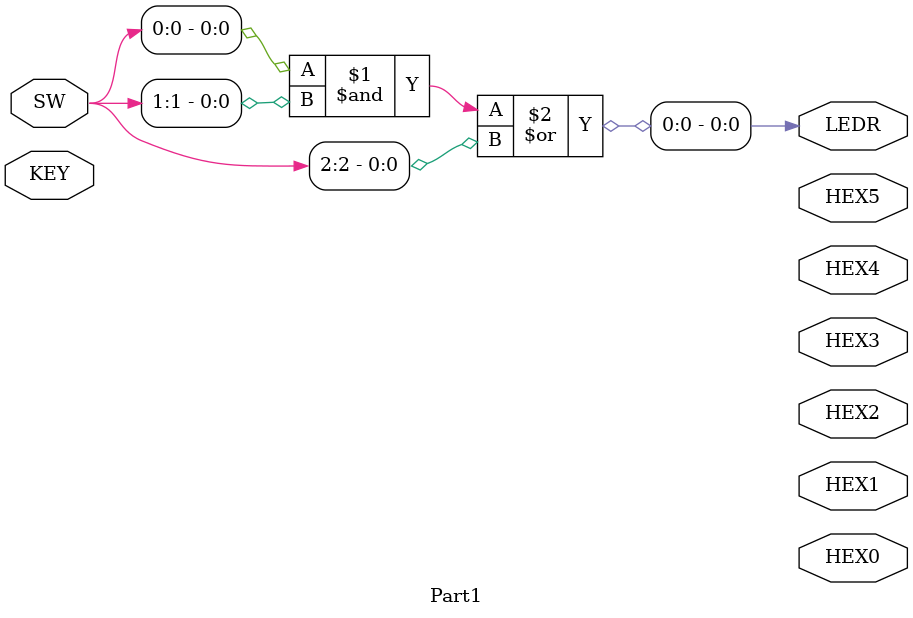
<source format=v>


module Part1(

	//////////// SEG7 //////////
	output		     [7:0]		HEX0,
	output		     [7:0]		HEX1,
	output		     [7:0]		HEX2,
	output		     [7:0]		HEX3,
	output		     [7:0]		HEX4,
	output		     [7:0]		HEX5,

	//////////// KEY //////////
	input 		     [1:0]		KEY,

	//////////// LED //////////
	output		     [9:0]		LEDR,

	//////////// SW //////////
	input 		     [9:0]		SW
);



//=======================================================
//  REG/WIRE declarations
//=======================================================




//=======================================================
assign LEDR[0]=SW[0]&SW[1]|SW[2];
//=======================================================


endmodule

</source>
